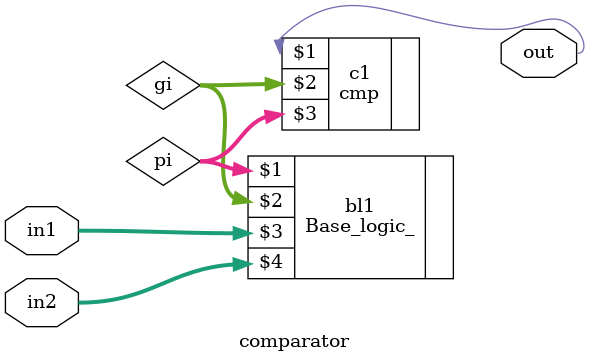
<source format=v>
module comparator(out, in1, in2);
output out;
input [63:0] in1, in2;
wire [63:0] pi, gi;

Base_logic_ bl1(pi, gi, in1, in2);
cmp c1(out, gi, pi);

endmodule

</source>
